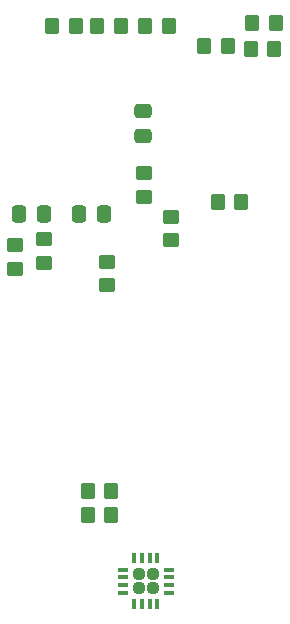
<source format=gbr>
%TF.GenerationSoftware,KiCad,Pcbnew,8.0.3*%
%TF.CreationDate,2025-09-07T10:27:12+08:00*%
%TF.ProjectId,balancing-car,62616c61-6e63-4696-9e67-2d6361722e6b,rev?*%
%TF.SameCoordinates,Original*%
%TF.FileFunction,Paste,Top*%
%TF.FilePolarity,Positive*%
%FSLAX46Y46*%
G04 Gerber Fmt 4.6, Leading zero omitted, Abs format (unit mm)*
G04 Created by KiCad (PCBNEW 8.0.3) date 2025-09-07 10:27:12*
%MOMM*%
%LPD*%
G01*
G04 APERTURE LIST*
G04 Aperture macros list*
%AMRoundRect*
0 Rectangle with rounded corners*
0 $1 Rounding radius*
0 $2 $3 $4 $5 $6 $7 $8 $9 X,Y pos of 4 corners*
0 Add a 4 corners polygon primitive as box body*
4,1,4,$2,$3,$4,$5,$6,$7,$8,$9,$2,$3,0*
0 Add four circle primitives for the rounded corners*
1,1,$1+$1,$2,$3*
1,1,$1+$1,$4,$5*
1,1,$1+$1,$6,$7*
1,1,$1+$1,$8,$9*
0 Add four rect primitives between the rounded corners*
20,1,$1+$1,$2,$3,$4,$5,0*
20,1,$1+$1,$4,$5,$6,$7,0*
20,1,$1+$1,$6,$7,$8,$9,0*
20,1,$1+$1,$8,$9,$2,$3,0*%
G04 Aperture macros list end*
%ADD10RoundRect,0.250000X0.450000X-0.350000X0.450000X0.350000X-0.450000X0.350000X-0.450000X-0.350000X0*%
%ADD11RoundRect,0.250000X0.350000X0.450000X-0.350000X0.450000X-0.350000X-0.450000X0.350000X-0.450000X0*%
%ADD12RoundRect,0.237500X-0.237500X-0.237500X0.237500X-0.237500X0.237500X0.237500X-0.237500X0.237500X0*%
%ADD13RoundRect,0.075000X-0.362500X-0.075000X0.362500X-0.075000X0.362500X0.075000X-0.362500X0.075000X0*%
%ADD14RoundRect,0.075000X-0.075000X-0.362500X0.075000X-0.362500X0.075000X0.362500X-0.075000X0.362500X0*%
%ADD15RoundRect,0.250000X-0.450000X0.350000X-0.450000X-0.350000X0.450000X-0.350000X0.450000X0.350000X0*%
%ADD16RoundRect,0.250000X-0.350000X-0.450000X0.350000X-0.450000X0.350000X0.450000X-0.350000X0.450000X0*%
%ADD17RoundRect,0.250000X0.337500X0.475000X-0.337500X0.475000X-0.337500X-0.475000X0.337500X-0.475000X0*%
%ADD18RoundRect,0.250000X0.475000X-0.337500X0.475000X0.337500X-0.475000X0.337500X-0.475000X-0.337500X0*%
G04 APERTURE END LIST*
D10*
%TO.C,R14*%
X186436000Y-113395000D03*
X186436000Y-111395000D03*
%TD*%
D11*
%TO.C,R2*%
X190151000Y-134747000D03*
X192151000Y-134747000D03*
%TD*%
D12*
%TO.C,U5*%
X194482000Y-139745000D03*
X194482000Y-140925000D03*
X195662000Y-139745000D03*
X195662000Y-140925000D03*
D13*
X193134500Y-139360000D03*
X193134500Y-140010000D03*
X193134500Y-140660000D03*
X193134500Y-141310000D03*
D14*
X194097000Y-142272500D03*
X194747000Y-142272500D03*
X195397000Y-142272500D03*
X196047000Y-142272500D03*
D13*
X197009500Y-141310000D03*
X197009500Y-140660000D03*
X197009500Y-140010000D03*
X197009500Y-139360000D03*
D14*
X196047000Y-138397500D03*
X195397000Y-138397500D03*
X194747000Y-138397500D03*
X194097000Y-138397500D03*
%TD*%
D10*
%TO.C,R12*%
X191770000Y-115300000D03*
X191770000Y-113300000D03*
%TD*%
D11*
%TO.C,R9*%
X206105000Y-93091000D03*
X204105000Y-93091000D03*
%TD*%
D15*
%TO.C,R11*%
X184023000Y-111903000D03*
X184023000Y-113903000D03*
%TD*%
%TO.C,R10*%
X197231000Y-109490000D03*
X197231000Y-111490000D03*
%TD*%
D16*
%TO.C,R1*%
X192151000Y-132715000D03*
X190151000Y-132715000D03*
%TD*%
D17*
%TO.C,C3*%
X191537500Y-109220000D03*
X189462500Y-109220000D03*
%TD*%
%TO.C,C2*%
X186457500Y-109220000D03*
X184382500Y-109220000D03*
%TD*%
D16*
%TO.C,R8*%
X203978000Y-95250000D03*
X205978000Y-95250000D03*
%TD*%
%TO.C,R4*%
X190960000Y-93345000D03*
X192960000Y-93345000D03*
%TD*%
%TO.C,R5*%
X195040000Y-93345000D03*
X197040000Y-93345000D03*
%TD*%
D11*
%TO.C,R3*%
X189150000Y-93345000D03*
X187150000Y-93345000D03*
%TD*%
%TO.C,R13*%
X202041000Y-94996000D03*
X200041000Y-94996000D03*
%TD*%
%TO.C,R7*%
X203184000Y-108204000D03*
X201184000Y-108204000D03*
%TD*%
D18*
%TO.C,C1*%
X194818000Y-102637500D03*
X194818000Y-100562500D03*
%TD*%
D15*
%TO.C,R6*%
X194945000Y-105807000D03*
X194945000Y-107807000D03*
%TD*%
M02*

</source>
